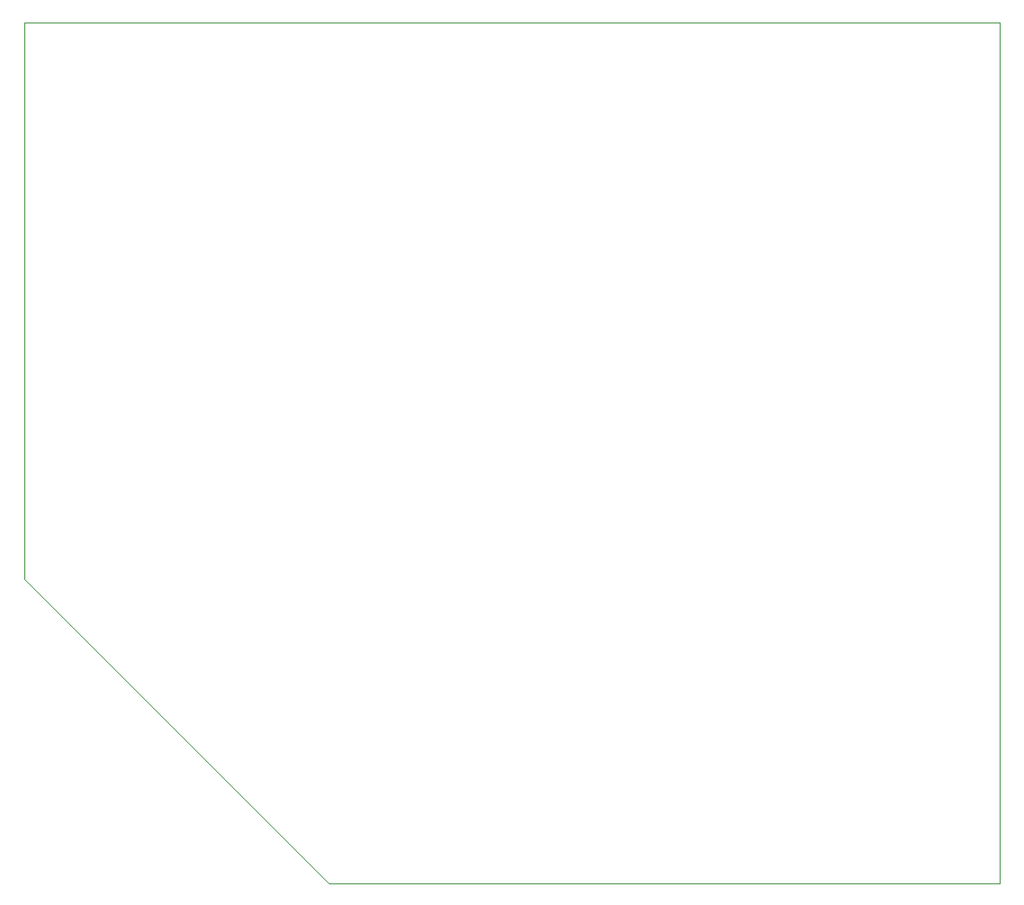
<source format=gbr>
%TF.GenerationSoftware,KiCad,Pcbnew,9.0.6*%
%TF.CreationDate,2025-12-07T14:47:39+00:00*%
%TF.ProjectId,RP-00,52502d30-302e-46b6-9963-61645f706362,rev?*%
%TF.SameCoordinates,Original*%
%TF.FileFunction,Profile,NP*%
%FSLAX46Y46*%
G04 Gerber Fmt 4.6, Leading zero omitted, Abs format (unit mm)*
G04 Created by KiCad (PCBNEW 9.0.6) date 2025-12-07 14:47:39*
%MOMM*%
%LPD*%
G01*
G04 APERTURE LIST*
%TA.AperFunction,Profile*%
%ADD10C,0.050000*%
%TD*%
G04 APERTURE END LIST*
D10*
X74056150Y-91837900D02*
X74056150Y-39449300D01*
X74056150Y-39449300D02*
X165736200Y-39449300D01*
X165736200Y-120413500D02*
X162164250Y-120413500D01*
X165736200Y-39449300D02*
X165736200Y-120413500D01*
X162164250Y-120413500D02*
X102631750Y-120413500D01*
X102631750Y-120413500D02*
X74056150Y-91837900D01*
M02*

</source>
